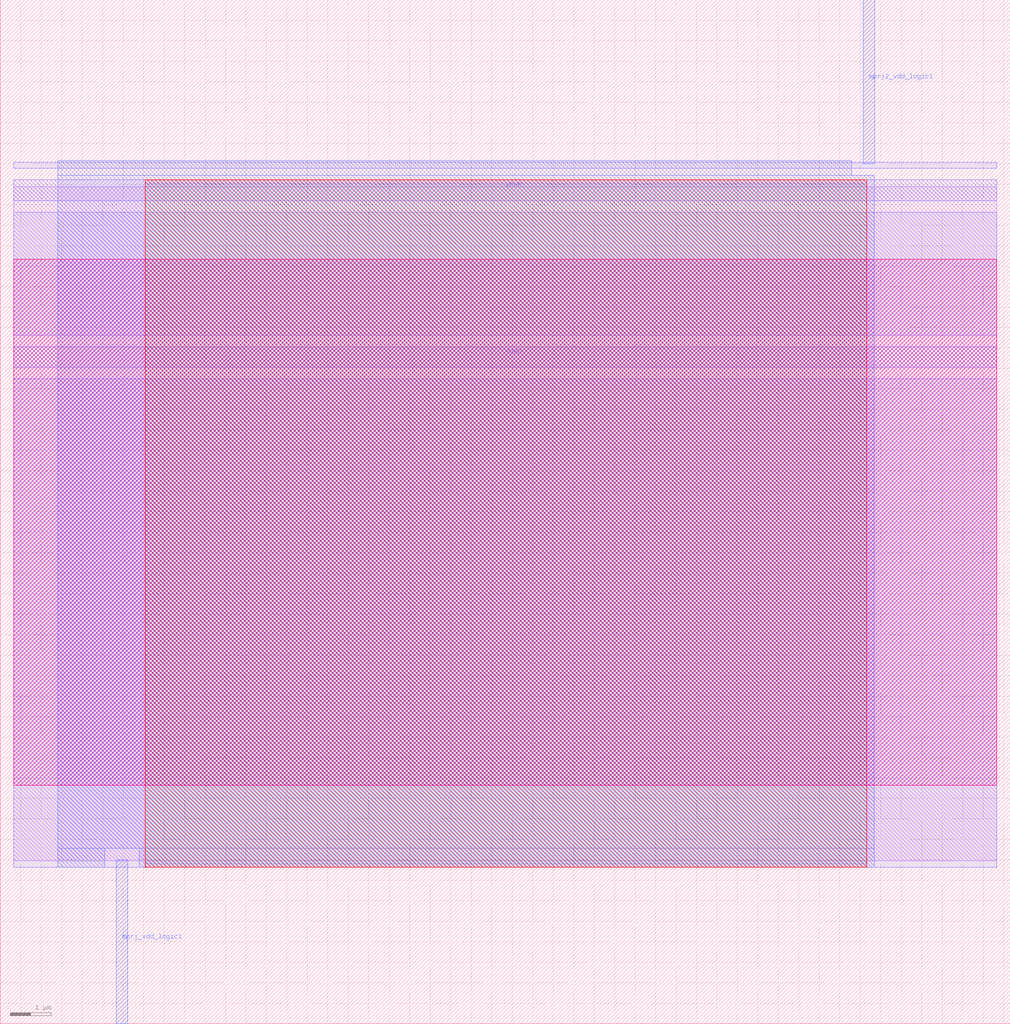
<source format=lef>
VERSION 5.7 ;
  NOWIREEXTENSIONATPIN ON ;
  DIVIDERCHAR "/" ;
  BUSBITCHARS "[]" ;
MACRO mgmt_protect_hv
  CLASS BLOCK ;
  FOREIGN mgmt_protect_hv ;
  ORIGIN 0.000 0.000 ;
  SIZE 24.660 BY 25.000 ;
  PIN mprj2_vdd_logic1
    DIRECTION OUTPUT TRISTATE ;
    PORT
      LAYER met2 ;
        RECT 21.070 21.000 21.350 25.000 ;
    END
  END mprj2_vdd_logic1
  PIN mprj_vdd_logic1
    DIRECTION OUTPUT TRISTATE ;
    PORT
      LAYER met2 ;
        RECT 2.830 0.000 3.110 4.000 ;
    END
  END mprj_vdd_logic1
  PIN VPWR
    DIRECTION INPUT ;
    USE POWER ;
    PORT
      LAYER met1 ;
        RECT 0.330 20.095 24.330 20.605 ;
    END
  END VPWR
  PIN VGND
    DIRECTION INPUT ;
    USE GROUND ;
    PORT
      LAYER met1 ;
        RECT 0.330 16.025 24.330 16.535 ;
    END
  END VGND
  OBS
      LAYER li1 ;
        RECT 0.330 3.985 24.330 20.435 ;
      LAYER met1 ;
        RECT 0.330 20.885 24.330 21.035 ;
        RECT 0.330 16.815 24.330 19.815 ;
        RECT 0.330 3.815 24.330 15.745 ;
      LAYER met2 ;
        RECT 1.400 20.720 20.790 21.065 ;
        RECT 1.400 4.280 21.340 20.720 ;
        RECT 1.400 3.815 2.550 4.280 ;
        RECT 3.390 3.815 21.340 4.280 ;
      LAYER met3 ;
        RECT 3.535 3.905 21.160 20.515 ;
      LAYER met4 ;
        RECT 3.535 3.815 21.160 20.605 ;
      LAYER met5 ;
        RECT 0.330 5.825 24.330 18.665 ;
  END
END mgmt_protect_hv
END LIBRARY


</source>
